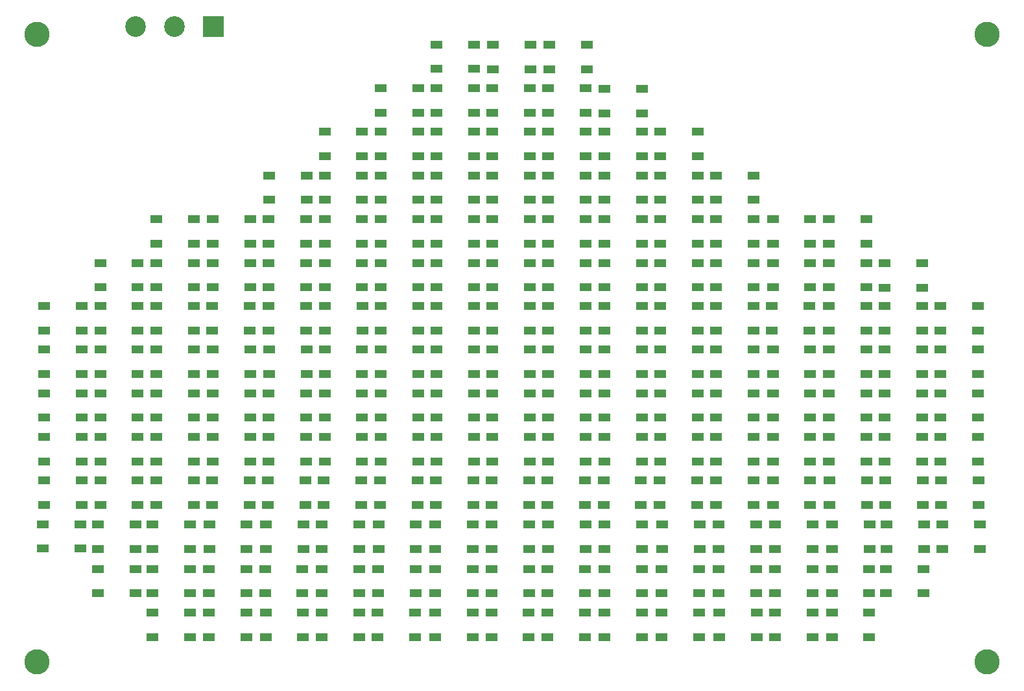
<source format=gts>
G04 #@! TF.GenerationSoftware,KiCad,Pcbnew,(5.1.6)-1*
G04 #@! TF.CreationDate,2020-10-03T14:28:17-05:00*
G04 #@! TF.ProjectId,LEDs_RGB_cloud,4c454473-5f52-4474-925f-636c6f75642e,rev?*
G04 #@! TF.SameCoordinates,Original*
G04 #@! TF.FileFunction,Soldermask,Top*
G04 #@! TF.FilePolarity,Negative*
%FSLAX46Y46*%
G04 Gerber Fmt 4.6, Leading zero omitted, Abs format (unit mm)*
G04 Created by KiCad (PCBNEW (5.1.6)-1) date 2020-10-03 14:28:17*
%MOMM*%
%LPD*%
G01*
G04 APERTURE LIST*
%ADD10R,1.600000X1.100000*%
%ADD11C,3.300000*%
%ADD12C,2.700000*%
%ADD13R,2.700000X2.700000*%
G04 APERTURE END LIST*
D10*
X54750000Y-90000000D03*
X54750000Y-93200000D03*
X59650000Y-90000000D03*
X59650000Y-93200000D03*
X54950000Y-61500000D03*
X54950000Y-64700000D03*
X59850000Y-61500000D03*
X59850000Y-64700000D03*
X91550000Y-44450000D03*
X91550000Y-47650000D03*
X96450000Y-44450000D03*
X96450000Y-47650000D03*
X84275000Y-44450000D03*
X84275000Y-47650000D03*
X89175000Y-44450000D03*
X89175000Y-47650000D03*
X172050000Y-84300000D03*
X172050000Y-87500000D03*
X176950000Y-84300000D03*
X176950000Y-87500000D03*
X150380000Y-90020000D03*
X150380000Y-93220000D03*
X155280000Y-90020000D03*
X155280000Y-93220000D03*
X106150000Y-27350000D03*
X106150000Y-30550000D03*
X111050000Y-27350000D03*
X111050000Y-30550000D03*
X69550000Y-61500000D03*
X69550000Y-64700000D03*
X74450000Y-61500000D03*
X74450000Y-64700000D03*
X84250000Y-55890000D03*
X84250000Y-59090000D03*
X89150000Y-55890000D03*
X89150000Y-59090000D03*
X61960000Y-95850000D03*
X61960000Y-99050000D03*
X66860000Y-95850000D03*
X66860000Y-99050000D03*
X69060000Y-95850000D03*
X69060000Y-99050000D03*
X73960000Y-95850000D03*
X73960000Y-99050000D03*
X76410000Y-95850000D03*
X76410000Y-99050000D03*
X81310000Y-95850000D03*
X81310000Y-99050000D03*
X83760000Y-95850000D03*
X83760000Y-99050000D03*
X88660000Y-95850000D03*
X88660000Y-99050000D03*
X91160000Y-95850000D03*
X91160000Y-99050000D03*
X96060000Y-95850000D03*
X96060000Y-99050000D03*
X98560000Y-95850000D03*
X98560000Y-99050000D03*
X103460000Y-95850000D03*
X103460000Y-99050000D03*
X105960000Y-95850000D03*
X105960000Y-99050000D03*
X110860000Y-95850000D03*
X110860000Y-99050000D03*
X113360000Y-95850000D03*
X113360000Y-99050000D03*
X118260000Y-95850000D03*
X118260000Y-99050000D03*
X120660000Y-95850000D03*
X120660000Y-99050000D03*
X125560000Y-95850000D03*
X125560000Y-99050000D03*
X128060000Y-95850000D03*
X128060000Y-99050000D03*
X132960000Y-95850000D03*
X132960000Y-99050000D03*
X135560000Y-95850000D03*
X135560000Y-99050000D03*
X140460000Y-95850000D03*
X140460000Y-99050000D03*
X142960000Y-95850000D03*
X142960000Y-99050000D03*
X147860000Y-95850000D03*
X147860000Y-99050000D03*
X150360000Y-95850000D03*
X150360000Y-99050000D03*
X155260000Y-95850000D03*
X155260000Y-99050000D03*
X157760000Y-95850000D03*
X157760000Y-99050000D03*
X162660000Y-95850000D03*
X162660000Y-99050000D03*
X164860000Y-95850000D03*
X164860000Y-99050000D03*
X169760000Y-95850000D03*
X169760000Y-99050000D03*
X157760000Y-101550000D03*
X157760000Y-104750000D03*
X162660000Y-101550000D03*
X162660000Y-104750000D03*
X150360000Y-101550000D03*
X150360000Y-104750000D03*
X155260000Y-101550000D03*
X155260000Y-104750000D03*
X143060000Y-101550000D03*
X143060000Y-104750000D03*
X147960000Y-101550000D03*
X147960000Y-104750000D03*
X135560000Y-101550000D03*
X135560000Y-104750000D03*
X140460000Y-101550000D03*
X140460000Y-104750000D03*
X128060000Y-101550000D03*
X128060000Y-104750000D03*
X132960000Y-101550000D03*
X132960000Y-104750000D03*
X120660000Y-101550000D03*
X120660000Y-104750000D03*
X125560000Y-101550000D03*
X125560000Y-104750000D03*
X113310000Y-101550000D03*
X113310000Y-104750000D03*
X118210000Y-101550000D03*
X118210000Y-104750000D03*
X105960000Y-101550000D03*
X105960000Y-104750000D03*
X110860000Y-101550000D03*
X110860000Y-104750000D03*
X98460000Y-101550000D03*
X98460000Y-104750000D03*
X103360000Y-101550000D03*
X103360000Y-104750000D03*
X91160000Y-101550000D03*
X91160000Y-104750000D03*
X96060000Y-101550000D03*
X96060000Y-104750000D03*
X83840000Y-101560000D03*
X83840000Y-104760000D03*
X88740000Y-101560000D03*
X88740000Y-104760000D03*
X76430000Y-101540000D03*
X76430000Y-104740000D03*
X81330000Y-101540000D03*
X81330000Y-104740000D03*
X69080000Y-101540000D03*
X69080000Y-104740000D03*
X73980000Y-101540000D03*
X73980000Y-104740000D03*
X62250000Y-55890000D03*
X62250000Y-59090000D03*
X67150000Y-55890000D03*
X67150000Y-59090000D03*
X54950000Y-72900000D03*
X54950000Y-76100000D03*
X59850000Y-72900000D03*
X59850000Y-76100000D03*
X171950000Y-78600000D03*
X171950000Y-81800000D03*
X176850000Y-78600000D03*
X176850000Y-81800000D03*
X157350000Y-67200000D03*
X157350000Y-70400000D03*
X162250000Y-67200000D03*
X162250000Y-70400000D03*
X164650000Y-61490000D03*
X164650000Y-64690000D03*
X169550000Y-61490000D03*
X169550000Y-64690000D03*
X164880000Y-90020000D03*
X164880000Y-93220000D03*
X169780000Y-90020000D03*
X169780000Y-93220000D03*
X69550000Y-84300000D03*
X69550000Y-87500000D03*
X74450000Y-84300000D03*
X74450000Y-87500000D03*
D11*
X178000000Y-108000000D03*
X178000000Y-26000000D03*
X54000000Y-108000000D03*
X54000000Y-26000000D03*
D12*
X66840000Y-25000000D03*
X71920000Y-25000000D03*
D13*
X77000000Y-25000000D03*
D10*
X113550000Y-27400000D03*
X113550000Y-30600000D03*
X118450000Y-27400000D03*
X118450000Y-30600000D03*
X120850000Y-27400000D03*
X120850000Y-30600000D03*
X125750000Y-27400000D03*
X125750000Y-30600000D03*
X128050000Y-33150000D03*
X128050000Y-36350000D03*
X132950000Y-33150000D03*
X132950000Y-36350000D03*
X120750000Y-33100000D03*
X120750000Y-36300000D03*
X125650000Y-33100000D03*
X125650000Y-36300000D03*
X113450000Y-33100000D03*
X113450000Y-36300000D03*
X118350000Y-33100000D03*
X118350000Y-36300000D03*
X106150000Y-33100000D03*
X106150000Y-36300000D03*
X111050000Y-33100000D03*
X111050000Y-36300000D03*
X98850000Y-33100000D03*
X98850000Y-36300000D03*
X103750000Y-33100000D03*
X103750000Y-36300000D03*
X91550000Y-38750000D03*
X91550000Y-41950000D03*
X96450000Y-38750000D03*
X96450000Y-41950000D03*
X98850000Y-38750000D03*
X98850000Y-41950000D03*
X103750000Y-38750000D03*
X103750000Y-41950000D03*
X106150000Y-38750000D03*
X106150000Y-41950000D03*
X111050000Y-38750000D03*
X111050000Y-41950000D03*
X113450000Y-38750000D03*
X113450000Y-41950000D03*
X118350000Y-38750000D03*
X118350000Y-41950000D03*
X120750000Y-38750000D03*
X120750000Y-41950000D03*
X125650000Y-38750000D03*
X125650000Y-41950000D03*
X128050000Y-38750000D03*
X128050000Y-41950000D03*
X132950000Y-38750000D03*
X132950000Y-41950000D03*
X135350000Y-38750000D03*
X135350000Y-41950000D03*
X140250000Y-38750000D03*
X140250000Y-41950000D03*
X142650000Y-44450000D03*
X142650000Y-47650000D03*
X147550000Y-44450000D03*
X147550000Y-47650000D03*
X135350000Y-44450000D03*
X135350000Y-47650000D03*
X140250000Y-44450000D03*
X140250000Y-47650000D03*
X128050000Y-44450000D03*
X128050000Y-47650000D03*
X132950000Y-44450000D03*
X132950000Y-47650000D03*
X120750000Y-44450000D03*
X120750000Y-47650000D03*
X125650000Y-44450000D03*
X125650000Y-47650000D03*
X113450000Y-44450000D03*
X113450000Y-47650000D03*
X118350000Y-44450000D03*
X118350000Y-47650000D03*
X106150000Y-44450000D03*
X106150000Y-47650000D03*
X111050000Y-44450000D03*
X111050000Y-47650000D03*
X98850000Y-44450000D03*
X98850000Y-47650000D03*
X103750000Y-44450000D03*
X103750000Y-47650000D03*
X69550000Y-50200000D03*
X69550000Y-53400000D03*
X74450000Y-50200000D03*
X74450000Y-53400000D03*
X76950000Y-50200000D03*
X76950000Y-53400000D03*
X81850000Y-50200000D03*
X81850000Y-53400000D03*
X84250000Y-50200000D03*
X84250000Y-53400000D03*
X89150000Y-50200000D03*
X89150000Y-53400000D03*
X91550000Y-50200000D03*
X91550000Y-53400000D03*
X96450000Y-50200000D03*
X96450000Y-53400000D03*
X98850000Y-50200000D03*
X98850000Y-53400000D03*
X103750000Y-50200000D03*
X103750000Y-53400000D03*
X106150000Y-50200000D03*
X106150000Y-53400000D03*
X111050000Y-50200000D03*
X111050000Y-53400000D03*
X113450000Y-50200000D03*
X113450000Y-53400000D03*
X118350000Y-50200000D03*
X118350000Y-53400000D03*
X120750000Y-50200000D03*
X120750000Y-53400000D03*
X125650000Y-50200000D03*
X125650000Y-53400000D03*
X128050000Y-50200000D03*
X128050000Y-53400000D03*
X132950000Y-50200000D03*
X132950000Y-53400000D03*
X135350000Y-50200000D03*
X135350000Y-53400000D03*
X140250000Y-50200000D03*
X140250000Y-53400000D03*
X142650000Y-50200000D03*
X142650000Y-53400000D03*
X147550000Y-50200000D03*
X147550000Y-53400000D03*
X150050000Y-50200000D03*
X150050000Y-53400000D03*
X154950000Y-50200000D03*
X154950000Y-53400000D03*
X157350000Y-50200000D03*
X157350000Y-53400000D03*
X162250000Y-50200000D03*
X162250000Y-53400000D03*
X164670000Y-55900000D03*
X164670000Y-59100000D03*
X169570000Y-55900000D03*
X169570000Y-59100000D03*
X157350000Y-55890000D03*
X157350000Y-59090000D03*
X162250000Y-55890000D03*
X162250000Y-59090000D03*
X150050000Y-55890000D03*
X150050000Y-59090000D03*
X154950000Y-55890000D03*
X154950000Y-59090000D03*
X142650000Y-55890000D03*
X142650000Y-59090000D03*
X147550000Y-55890000D03*
X147550000Y-59090000D03*
X135350000Y-55890000D03*
X135350000Y-59090000D03*
X140250000Y-55890000D03*
X140250000Y-59090000D03*
X128050000Y-55890000D03*
X128050000Y-59090000D03*
X132950000Y-55890000D03*
X132950000Y-59090000D03*
X120750000Y-55890000D03*
X120750000Y-59090000D03*
X125650000Y-55890000D03*
X125650000Y-59090000D03*
X113450000Y-55890000D03*
X113450000Y-59090000D03*
X118350000Y-55890000D03*
X118350000Y-59090000D03*
X106150000Y-55890000D03*
X106150000Y-59090000D03*
X111050000Y-55890000D03*
X111050000Y-59090000D03*
X98850000Y-55890000D03*
X98850000Y-59090000D03*
X103750000Y-55890000D03*
X103750000Y-59090000D03*
X91550000Y-55890000D03*
X91550000Y-59090000D03*
X96450000Y-55890000D03*
X96450000Y-59090000D03*
X76950000Y-55890000D03*
X76950000Y-59090000D03*
X81850000Y-55890000D03*
X81850000Y-59090000D03*
X69550000Y-55890000D03*
X69550000Y-59090000D03*
X74450000Y-55890000D03*
X74450000Y-59090000D03*
X62250000Y-61490000D03*
X62250000Y-64690000D03*
X67150000Y-61490000D03*
X67150000Y-64690000D03*
X76850000Y-61490000D03*
X76850000Y-64690000D03*
X81750000Y-61490000D03*
X81750000Y-64690000D03*
X84250000Y-61490000D03*
X84250000Y-64690000D03*
X89150000Y-61490000D03*
X89150000Y-64690000D03*
X91610000Y-61500000D03*
X91610000Y-64700000D03*
X96510000Y-61500000D03*
X96510000Y-64700000D03*
X98850000Y-61490000D03*
X98850000Y-64690000D03*
X103750000Y-61490000D03*
X103750000Y-64690000D03*
X106150000Y-61490000D03*
X106150000Y-64690000D03*
X111050000Y-61490000D03*
X111050000Y-64690000D03*
X113450000Y-61490000D03*
X113450000Y-64690000D03*
X118350000Y-61490000D03*
X118350000Y-64690000D03*
X120750000Y-61490000D03*
X120750000Y-64690000D03*
X125650000Y-61490000D03*
X125650000Y-64690000D03*
X128050000Y-61490000D03*
X128050000Y-64690000D03*
X132950000Y-61490000D03*
X132950000Y-64690000D03*
X135350000Y-61490000D03*
X135350000Y-64690000D03*
X140250000Y-61490000D03*
X140250000Y-64690000D03*
X142650000Y-61490000D03*
X142650000Y-64690000D03*
X147550000Y-61490000D03*
X147550000Y-64690000D03*
X149950000Y-61490000D03*
X149950000Y-64690000D03*
X154850000Y-61490000D03*
X154850000Y-64690000D03*
X157350000Y-61490000D03*
X157350000Y-64690000D03*
X162250000Y-61490000D03*
X162250000Y-64690000D03*
X171950000Y-61490000D03*
X171950000Y-64690000D03*
X176850000Y-61490000D03*
X176850000Y-64690000D03*
X171950000Y-67200000D03*
X171950000Y-70400000D03*
X176850000Y-67200000D03*
X176850000Y-70400000D03*
X164650000Y-67200000D03*
X164650000Y-70400000D03*
X169550000Y-67200000D03*
X169550000Y-70400000D03*
X150050000Y-67200000D03*
X150050000Y-70400000D03*
X154950000Y-67200000D03*
X154950000Y-70400000D03*
X142650000Y-67200000D03*
X142650000Y-70400000D03*
X147550000Y-67200000D03*
X147550000Y-70400000D03*
X135350000Y-67200000D03*
X135350000Y-70400000D03*
X140250000Y-67200000D03*
X140250000Y-70400000D03*
X128050000Y-67200000D03*
X128050000Y-70400000D03*
X132950000Y-67200000D03*
X132950000Y-70400000D03*
X120750000Y-67200000D03*
X120750000Y-70400000D03*
X125650000Y-67200000D03*
X125650000Y-70400000D03*
X113450000Y-67200000D03*
X113450000Y-70400000D03*
X118350000Y-67200000D03*
X118350000Y-70400000D03*
X106150000Y-67200000D03*
X106150000Y-70400000D03*
X111050000Y-67200000D03*
X111050000Y-70400000D03*
X98850000Y-67200000D03*
X98850000Y-70400000D03*
X103750000Y-67200000D03*
X103750000Y-70400000D03*
X91550000Y-67200000D03*
X91550000Y-70400000D03*
X96450000Y-67200000D03*
X96450000Y-70400000D03*
X84300000Y-67200000D03*
X84300000Y-70400000D03*
X89200000Y-67200000D03*
X89200000Y-70400000D03*
X76950000Y-67200000D03*
X76950000Y-70400000D03*
X81850000Y-67200000D03*
X81850000Y-70400000D03*
X69550000Y-67200000D03*
X69550000Y-70400000D03*
X74450000Y-67200000D03*
X74450000Y-70400000D03*
X62250000Y-67200000D03*
X62250000Y-70400000D03*
X67150000Y-67200000D03*
X67150000Y-70400000D03*
X54950000Y-67200000D03*
X54950000Y-70400000D03*
X59850000Y-67200000D03*
X59850000Y-70400000D03*
X62250000Y-72900000D03*
X62250000Y-76100000D03*
X67150000Y-72900000D03*
X67150000Y-76100000D03*
X69550000Y-72900000D03*
X69550000Y-76100000D03*
X74450000Y-72900000D03*
X74450000Y-76100000D03*
X76950000Y-72900000D03*
X76950000Y-76100000D03*
X81850000Y-72900000D03*
X81850000Y-76100000D03*
X84250000Y-72900000D03*
X84250000Y-76100000D03*
X89150000Y-72900000D03*
X89150000Y-76100000D03*
X91550000Y-72900000D03*
X91550000Y-76100000D03*
X96450000Y-72900000D03*
X96450000Y-76100000D03*
X98850000Y-72900000D03*
X98850000Y-76100000D03*
X103750000Y-72900000D03*
X103750000Y-76100000D03*
X106150000Y-72900000D03*
X106150000Y-76100000D03*
X111050000Y-72900000D03*
X111050000Y-76100000D03*
X113450000Y-72900000D03*
X113450000Y-76100000D03*
X118350000Y-72900000D03*
X118350000Y-76100000D03*
X120750000Y-72900000D03*
X120750000Y-76100000D03*
X125650000Y-72900000D03*
X125650000Y-76100000D03*
X128050000Y-72900000D03*
X128050000Y-76100000D03*
X132950000Y-72900000D03*
X132950000Y-76100000D03*
X135350000Y-72900000D03*
X135350000Y-76100000D03*
X140250000Y-72900000D03*
X140250000Y-76100000D03*
X142650000Y-72900000D03*
X142650000Y-76100000D03*
X147550000Y-72900000D03*
X147550000Y-76100000D03*
X150050000Y-72900000D03*
X150050000Y-76100000D03*
X154950000Y-72900000D03*
X154950000Y-76100000D03*
X157350000Y-72900000D03*
X157350000Y-76100000D03*
X162250000Y-72900000D03*
X162250000Y-76100000D03*
X164650000Y-72900000D03*
X164650000Y-76100000D03*
X169550000Y-72900000D03*
X169550000Y-76100000D03*
X171950000Y-72900000D03*
X171950000Y-76100000D03*
X176850000Y-72900000D03*
X176850000Y-76100000D03*
X164650000Y-78600000D03*
X164650000Y-81800000D03*
X169550000Y-78600000D03*
X169550000Y-81800000D03*
X157350000Y-78600000D03*
X157350000Y-81800000D03*
X162250000Y-78600000D03*
X162250000Y-81800000D03*
X150050000Y-78600000D03*
X150050000Y-81800000D03*
X154950000Y-78600000D03*
X154950000Y-81800000D03*
X142650000Y-78600000D03*
X142650000Y-81800000D03*
X147550000Y-78600000D03*
X147550000Y-81800000D03*
X135350000Y-78600000D03*
X135350000Y-81800000D03*
X140250000Y-78600000D03*
X140250000Y-81800000D03*
X128050000Y-78600000D03*
X128050000Y-81800000D03*
X132950000Y-78600000D03*
X132950000Y-81800000D03*
X120750000Y-78600000D03*
X120750000Y-81800000D03*
X125650000Y-78600000D03*
X125650000Y-81800000D03*
X113450000Y-78600000D03*
X113450000Y-81800000D03*
X118350000Y-78600000D03*
X118350000Y-81800000D03*
X106150000Y-78600000D03*
X106150000Y-81800000D03*
X111050000Y-78600000D03*
X111050000Y-81800000D03*
X98850000Y-78600000D03*
X98850000Y-81800000D03*
X103750000Y-78600000D03*
X103750000Y-81800000D03*
X91550000Y-78600000D03*
X91550000Y-81800000D03*
X96450000Y-78600000D03*
X96450000Y-81800000D03*
X84250000Y-78600000D03*
X84250000Y-81800000D03*
X89150000Y-78600000D03*
X89150000Y-81800000D03*
X76950000Y-78600000D03*
X76950000Y-81800000D03*
X81850000Y-78600000D03*
X81850000Y-81800000D03*
X69550000Y-78600000D03*
X69550000Y-81800000D03*
X74450000Y-78600000D03*
X74450000Y-81800000D03*
X62250000Y-78600000D03*
X62250000Y-81800000D03*
X67150000Y-78600000D03*
X67150000Y-81800000D03*
X54950000Y-78600000D03*
X54950000Y-81800000D03*
X59850000Y-78600000D03*
X59850000Y-81800000D03*
X54950000Y-84300000D03*
X54950000Y-87500000D03*
X59850000Y-84300000D03*
X59850000Y-87500000D03*
X62250000Y-84300000D03*
X62250000Y-87500000D03*
X67150000Y-84300000D03*
X67150000Y-87500000D03*
X76850000Y-84300000D03*
X76850000Y-87500000D03*
X81750000Y-84300000D03*
X81750000Y-87500000D03*
X84150000Y-84300000D03*
X84150000Y-87500000D03*
X89050000Y-84300000D03*
X89050000Y-87500000D03*
X91450000Y-84300000D03*
X91450000Y-87500000D03*
X96350000Y-84300000D03*
X96350000Y-87500000D03*
X98750000Y-84300000D03*
X98750000Y-87500000D03*
X103650000Y-84300000D03*
X103650000Y-87500000D03*
X106050000Y-84300000D03*
X106050000Y-87500000D03*
X110950000Y-84300000D03*
X110950000Y-87500000D03*
X113350000Y-84300000D03*
X113350000Y-87500000D03*
X118250000Y-84300000D03*
X118250000Y-87500000D03*
X120650000Y-84300000D03*
X120650000Y-87500000D03*
X125550000Y-84300000D03*
X125550000Y-87500000D03*
X127950000Y-84300000D03*
X127950000Y-87500000D03*
X132850000Y-84300000D03*
X132850000Y-87500000D03*
X135250000Y-84300000D03*
X135250000Y-87500000D03*
X140150000Y-84300000D03*
X140150000Y-87500000D03*
X142650000Y-84300000D03*
X142650000Y-87500000D03*
X147550000Y-84300000D03*
X147550000Y-87500000D03*
X150050000Y-84300000D03*
X150050000Y-87500000D03*
X154950000Y-84300000D03*
X154950000Y-87500000D03*
X157450000Y-84300000D03*
X157450000Y-87500000D03*
X162350000Y-84300000D03*
X162350000Y-87500000D03*
X164750000Y-84300000D03*
X164750000Y-87500000D03*
X169650000Y-84300000D03*
X169650000Y-87500000D03*
X172180000Y-90020000D03*
X172180000Y-93220000D03*
X177080000Y-90020000D03*
X177080000Y-93220000D03*
X157780000Y-90020000D03*
X157780000Y-93220000D03*
X162680000Y-90020000D03*
X162680000Y-93220000D03*
X142980000Y-90020000D03*
X142980000Y-93220000D03*
X147880000Y-90020000D03*
X147880000Y-93220000D03*
X135580000Y-90020000D03*
X135580000Y-93220000D03*
X140480000Y-90020000D03*
X140480000Y-93220000D03*
X128080000Y-90020000D03*
X128080000Y-93220000D03*
X132980000Y-90020000D03*
X132980000Y-93220000D03*
X120680000Y-90020000D03*
X120680000Y-93220000D03*
X125580000Y-90020000D03*
X125580000Y-93220000D03*
X113380000Y-90020000D03*
X113380000Y-93220000D03*
X118280000Y-90020000D03*
X118280000Y-93220000D03*
X105980000Y-90020000D03*
X105980000Y-93220000D03*
X110880000Y-90020000D03*
X110880000Y-93220000D03*
X98580000Y-90020000D03*
X98580000Y-93220000D03*
X103480000Y-90020000D03*
X103480000Y-93220000D03*
X91180000Y-90020000D03*
X91180000Y-93220000D03*
X96080000Y-90020000D03*
X96080000Y-93220000D03*
X83880000Y-90020000D03*
X83880000Y-93220000D03*
X88780000Y-90020000D03*
X88780000Y-93220000D03*
X76480000Y-90020000D03*
X76480000Y-93220000D03*
X81380000Y-90020000D03*
X81380000Y-93220000D03*
X69080000Y-90020000D03*
X69080000Y-93220000D03*
X73980000Y-90020000D03*
X73980000Y-93220000D03*
X61980000Y-90020000D03*
X61980000Y-93220000D03*
X66880000Y-90020000D03*
X66880000Y-93220000D03*
M02*

</source>
